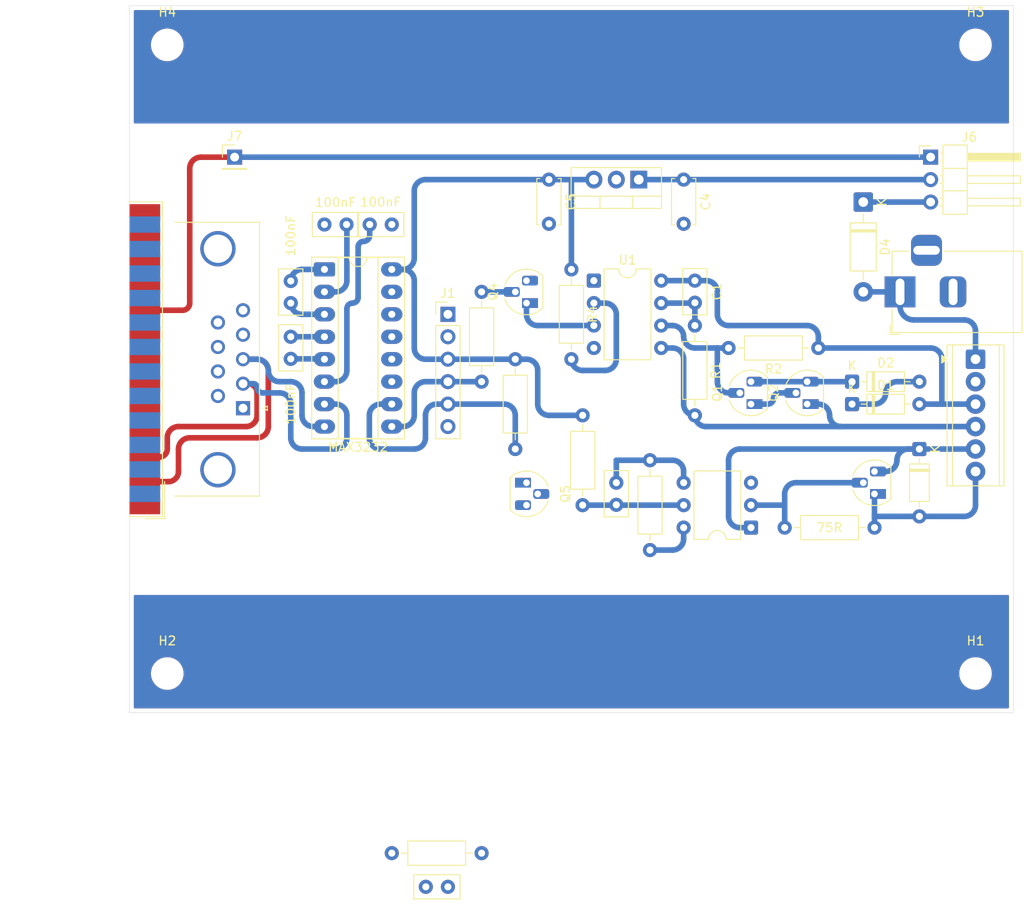
<source format=kicad_pcb>
(kicad_pcb (version 20241229) (generator "pcbnew") (generator_version "9.0")
  (layers (0 "F.Cu" signal) (2 "B.Cu" signal) (13 "F.Paste" user) (15 "B.Paste" user) (5 "F.SilkS" user "F.Silkscreen") (7 "B.SilkS" user "B.Silkscreen") (1 "F.Mask" user) (3 "B.Mask" user) (25 "Edge.Cuts" user))
  (net 0 "")
  (net 1 "Net-(C1-Pad2)")
  (net 2 "Net-(D1-A)")
  (net 3 "Net-(C2-Pad1)")
  (net 4 "GNDREF")
  (net 5 "Net-(Q5-B)")
  (net 6 "+12V")
  (net 7 "+5V")
  (net 8 "Net-(U4-C1-)")
  (net 9 "Net-(U4-C1+)")
  (net 10 "Net-(U4-C2-)")
  (net 11 "Net-(U4-C2+)")
  (net 12 "Net-(U4-VS+)")
  (net 13 "Net-(U4-VS-)")
  (net 14 "Net-(D1-K)")
  (net 15 "Net-(D2-K)")
  (net 16 "Net-(D3-A)")
  (net 17 "Net-(D3-K)")
  (net 19 "TX")
  (net 20 "RX")
  (net 26 "Net-(D4-K)")
  (net 29 "Net-(Q1-B)")
  (net 30 "Net-(Q1-E)")
  (net 31 "Net-(Q3-B)")
  (net 32 "Net-(Q4-B)")
  (net 33 "Net-(Q4-E)")
  (net 34 "Net-(R4-Pad2)")
  (net 35 "Net-(R6-Pad1)")
  (net 36 "Net-(J2-Pin_4)")
  (net 37 "ext-pwd")
  (net 46 "RXRS")
  (net 47 "TXRS")
  (net 50 "Net-(J6-Pin_1)")
  (footprint "MountingHole:MountingHole_3.2mm_M3_ISO14580" (layer "F.Cu") (at 172.72 66.04)
    (property "Reference" "H3" (at 0 -3.7 0) (layer "F.SilkS"))
    (property "Value" "MountingHole")
    (pad "" np_thru_hole circle (at 0 0) (size 3.2 3.2) (drill 3.2) (layers "*.Cu" "*.Mask"))
  )
  (footprint "Package_TO_SOT_THT:TO-92_HandSolder" (layer "F.Cu") (at 161.29 116.84 90)
    (property "Reference" "Q3" (hide yes))
    (property "Value" "2N3904")
    (pad "1" thru_hole rect (at 0 0 90) (size 1.1 1.8) (drill 0.75 (offset 0 0.4)) (layers "*.Cu" "*.Mask") (net 16 "Net-(D3-A)"))
    (pad "2" thru_hole roundrect (at 1.27 -1.27 90) (size 1.1 1.8) (drill 0.75 (offset 0 -0.4)) (layers "*.Cu" "*.Mask") (net 31 "Net-(Q3-B)"))
    (pad "3" thru_hole roundrect (at 2.54 0 90) (size 1.1 1.8) (drill 0.75 (offset 0 0.4)) (layers "*.Cu" "*.Mask") (net 17 "Net-(D3-K)"))
  )
  (footprint "Connector_PinHeader_2.54mm:PinHeader_1x01_P2.54mm_Vertical" (layer "F.Cu") (at 88.9 78.74)
    (property "Reference" "J7" (at 0 -2.38 0) (layer "F.SilkS"))
    (property "Value" "Conn_01x01" (hide yes))
    (pad "1" thru_hole rect (at 0 0) (size 1.7 1.7) (drill 1) (layers "*.Cu" "*.Mask") (net 50 "Net-(J6-Pin_1)"))
  )
  (footprint "Resistor_THT:R_Axial_DIN0207_L6.3mm_D2.5mm_P10.16mm_Horizontal" (layer "F.Cu") (at 106.68 157.48)
    (property "Reference" "R8" (hide yes))
    (property "Value" "200K")
    (pad "1" thru_hole circle (at 0 0) (size 1.6 1.6) (drill 0.8) (layers "*.Cu" "*.Mask") (net 3 "Net-(C2-Pad1)"))
    (pad "2" thru_hole circle (at 10.16 0) (size 1.6 1.6) (drill 0.8) (layers "*.Cu" "*.Mask") (net 5 "Net-(Q5-B)"))
  )
  (footprint "Resistor_THT:R_Axial_DIN0207_L6.3mm_D2.5mm_P10.16mm_Horizontal" (layer "F.Cu") (at 151.13 120.65)
    (property "Reference" "R3" (hide yes))
    (property "Value" "75R" (at 5.08 0 0) (layer "F.SilkS"))
    (pad "1" thru_hole circle (at 0 0) (size 1.6 1.6) (drill 0.8) (layers "*.Cu" "*.Mask") (net 31 "Net-(Q3-B)"))
    (pad "2" thru_hole circle (at 10.16 0) (size 1.6 1.6) (drill 0.8) (layers "*.Cu" "*.Mask") (net 16 "Net-(D3-A)"))
  )
  (footprint "Package_TO_SOT_THT:TO-92L_HandSolder" (layer "F.Cu") (at 147.32 106.68 90)
    (property "Reference" "Q1" (at 1.27 -3.8 90) (layer "F.SilkS"))
    (property "Value" "2N3904")
    (pad "1" thru_hole rect (at 0 0 90) (size 1.1 1.8) (drill 0.75 (offset 0 0.4)) (layers "*.Cu" "*.Mask") (net 30 "Net-(Q1-E)"))
    (pad "2" thru_hole roundrect (at 1.27 -1.27 90) (size 1.1 1.8) (drill 0.75 (offset 0 -0.4)) (layers "*.Cu" "*.Mask") (net 29 "Net-(Q1-B)"))
    (pad "3" thru_hole roundrect (at 2.54 0 90) (size 1.1 1.8) (drill 0.75 (offset 0 0.4)) (layers "*.Cu" "*.Mask") (net 15 "Net-(D2-K)"))
  )
  (footprint "Capacitor_THT:C_Disc_D5.0mm_W2.5mm_P2.50mm" (layer "F.Cu") (at 104.18 86.36)
    (property "Reference" "C9" (hide yes))
    (property "Value" "100nF" (at 1.23 -2.54 0) (layer "F.SilkS"))
    (pad "1" thru_hole circle (at 0 0) (size 1.6 1.6) (drill 0.8) (layers "*.Cu" "*.Mask") (net 13 "Net-(U4-VS-)"))
    (pad "2" thru_hole circle (at 2.5 0) (size 1.6 1.6) (drill 0.8) (layers "*.Cu" "*.Mask") (net 4 "GNDREF"))
  )
  (footprint "Connector_PinHeader_2.54mm:PinHeader_1x03_P2.54mm_Horizontal" (layer "F.Cu") (at 167.64 78.74)
    (property "Reference" "J6" (at 4.385 -2.27 0) (layer "F.SilkS"))
    (property "Value" "Conn_01x03")
    (pad "1" thru_hole rect (at 0 0) (size 1.7 1.7) (drill 1) (layers "*.Cu" "*.Mask") (net 50 "Net-(J6-Pin_1)"))
    (pad "2" thru_hole circle (at 0 2.54) (size 1.7 1.7) (drill 1) (layers "*.Cu" "*.Mask") (net 6 "+12V"))
    (pad "3" thru_hole circle (at 0 5.08) (size 1.7 1.7) (drill 1) (layers "*.Cu" "*.Mask") (net 26 "Net-(D4-K)"))
  )
  (footprint "Package_TO_SOT_THT:TO-220-3_Vertical" (layer "F.Cu") (at 134.62 81.28 180)
    (property "Reference" "U3" (hide yes))
    (property "Value" "LM7805_TO220")
    (pad "1" thru_hole rect (at 0 0 180) (size 1.905 2) (drill 1.1) (layers "*.Cu" "*.Mask") (net 6 "+12V"))
    (pad "2" thru_hole oval (at 2.54 0 180) (size 1.905 2) (drill 1.1) (layers "*.Cu" "*.Mask") (net 4 "GNDREF"))
    (pad "3" thru_hole oval (at 5.08 0 180) (size 1.905 2) (drill 1.1) (layers "*.Cu" "*.Mask") (net 7 "+5V"))
  )
  (footprint "Package_TO_SOT_THT:TO-92L_HandSolder" (layer "F.Cu") (at 153.67 106.68 90)
    (property "Reference" "Q2" (at 1.27 -3.8 90) (layer "F.SilkS"))
    (property "Value" "2N3904")
    (pad "1" thru_hole rect (at 0 0 90) (size 1.1 1.8) (drill 0.75 (offset 0 0.4)) (layers "*.Cu" "*.Mask") (net 36 "Net-(J2-Pin_4)"))
    (pad "2" thru_hole roundrect (at 1.27 -1.27 90) (size 1.1 1.8) (drill 0.75 (offset 0 -0.4)) (layers "*.Cu" "*.Mask") (net 30 "Net-(Q1-E)"))
    (pad "3" thru_hole roundrect (at 2.54 0 90) (size 1.1 1.8) (drill 0.75 (offset 0 0.4)) (layers "*.Cu" "*.Mask") (net 15 "Net-(D2-K)"))
  )
  (footprint "Package_TO_SOT_THT:TO-92L_HandSolder" (layer "F.Cu") (at 121.92 95.25 90)
    (property "Reference" "Q4" (at 1.27 -3.8 90) (layer "F.SilkS"))
    (property "Value" "2N3906")
    (pad "1" thru_hole rect (at 0 0 90) (size 1.1 1.8) (drill 0.75 (offset 0 0.4)) (layers "*.Cu" "*.Mask") (net 33 "Net-(Q4-E)"))
    (pad "2" thru_hole roundrect (at 1.27 -1.27 90) (size 1.1 1.8) (drill 0.75 (offset 0 -0.4)) (layers "*.Cu" "*.Mask") (net 32 "Net-(Q4-B)"))
    (pad "3" thru_hole roundrect (at 2.54 0 90) (size 1.1 1.8) (drill 0.75 (offset 0 0.4)) (layers "*.Cu" "*.Mask") (net 4 "GNDREF"))
  )
  (footprint "Resistor_THT:R_Axial_DIN0207_L6.3mm_D2.5mm_P10.16mm_Horizontal" (layer "F.Cu") (at 116.84 104.14 90)
    (property "Reference" "R5" (hide yes))
    (property "Value" "10K")
    (pad "1" thru_hole circle (at 0 0 90) (size 1.6 1.6) (drill 0.8) (layers "*.Cu" "*.Mask") (net 19 "TX"))
    (pad "2" thru_hole circle (at 10.16 0 90) (size 1.6 1.6) (drill 0.8) (layers "*.Cu" "*.Mask") (net 32 "Net-(Q4-B)"))
  )
  (footprint "MountingHole:MountingHole_3.2mm_M3_ISO14580" (layer "F.Cu") (at 81.28 137.16)
    (property "Reference" "H2" (at 0 -3.7 0) (layer "F.SilkS"))
    (property "Value" "MountingHole")
    (pad "" np_thru_hole circle (at 0 0) (size 3.2 3.2) (drill 3.2) (layers "*.Cu" "*.Mask"))
  )
  (footprint "Package_DIP:DIP-8_W7.62mm" (layer "F.Cu") (at 129.54 92.71)
    (property "Reference" "U1" (at 3.81 -2.33 0) (layer "F.SilkS"))
    (property "Value" "6N135")
    (pad "1" thru_hole roundrect (at 0 0) (size 1.6 1.6) (drill 0.8) (layers "*.Cu" "*.Mask") (roundrect_rratio 0.15625))
    (pad "2" thru_hole circle (at 0 2.54) (size 1.6 1.6) (drill 0.8) (layers "*.Cu" "*.Mask") (net 34 "Net-(R4-Pad2)"))
    (pad "3" thru_hole circle (at 0 5.08) (size 1.6 1.6) (drill 0.8) (layers "*.Cu" "*.Mask") (net 33 "Net-(Q4-E)"))
    (pad "4" thru_hole circle (at 0 7.62) (size 1.6 1.6) (drill 0.8) (layers "*.Cu" "*.Mask"))
    (pad "5" thru_hole circle (at 7.62 7.62) (size 1.6 1.6) (drill 0.8) (layers "*.Cu" "*.Mask") (net 36 "Net-(J2-Pin_4)"))
    (pad "6" thru_hole circle (at 7.62 5.08) (size 1.6 1.6) (drill 0.8) (layers "*.Cu" "*.Mask") (net 29 "Net-(Q1-B)"))
    (pad "7" thru_hole circle (at 7.62 2.54) (size 1.6 1.6) (drill 0.8) (layers "*.Cu" "*.Mask") (net 1 "Net-(C1-Pad2)"))
    (pad "8" thru_hole circle (at 7.62 0) (size 1.6 1.6) (drill 0.8) (layers "*.Cu" "*.Mask") (net 2 "Net-(D1-A)"))
  )
  (footprint "Resistor_THT:R_Axial_DIN0207_L6.3mm_D2.5mm_P10.16mm_Horizontal" (layer "F.Cu") (at 128.27 107.95 -90)
    (property "Reference" "R7" (hide yes))
    (property "Value" "47K")
    (pad "1" thru_hole circle (at 0 0 270) (size 1.6 1.6) (drill 0.8) (layers "*.Cu" "*.Mask") (net 7 "+5V"))
    (pad "2" thru_hole circle (at 10.16 0 270) (size 1.6 1.6) (drill 0.8) (layers "*.Cu" "*.Mask") (net 3 "Net-(C2-Pad1)"))
  )
  (footprint "Connector_BarrelJack:BarrelJack_Horizontal" (layer "F.Cu") (at 164.18 93.98 180)
    (property "Reference" "J3" (hide yes))
    (property "Value" "Barrel_Jack_Switch" (hide yes))
    (pad "1" thru_hole rect (at 0 0 180) (size 3.5 3.5) (drill oval 1 3) (layers "*.Cu" "*.Mask") (net 37 "ext-pwd"))
    (pad "2" thru_hole roundrect (at -6 0 180) (size 3 3.5) (drill oval 1 3) (layers "*.Cu" "*.Mask") (net 4 "GNDREF"))
    (pad "3" thru_hole roundrect (at -3 4.7 180) (size 3.5 3.5) (drill oval 3 1) (layers "*.Cu" "*.Mask") (net 4 "GNDREF"))
  )
  (footprint "Resistor_THT:R_Axial_DIN0207_L6.3mm_D2.5mm_P10.16mm_Horizontal" (layer "F.Cu") (at 135.89 123.19 90)
    (property "Reference" "R6" (hide yes))
    (property "Value" "47K")
    (pad "1" thru_hole circle (at 0 0 90) (size 1.6 1.6) (drill 0.8) (layers "*.Cu" "*.Mask") (net 35 "Net-(R6-Pad1)"))
    (pad "2" thru_hole circle (at 10.16 0 90) (size 1.6 1.6) (drill 0.8) (layers "*.Cu" "*.Mask") (net 4 "GNDREF"))
  )
  (footprint "Diode_THT:D_DO-41_SOD81_P10.16mm_Horizontal" (layer "F.Cu") (at 160.02 83.82 -90)
    (property "Reference" "D4" (at 5.08 -2.47 270) (layer "F.SilkS"))
    (property "Value" "1N4001")
    (fp_text user "K" (at 0 -2.1 270) (layer "F.SilkS"))
    (pad "1" thru_hole roundrect (at 0 0 270) (size 2.2 2.2) (drill 1.1) (layers "*.Cu" "*.Mask") (roundrect_rratio 0.113636) (net 26 "Net-(D4-K)"))
    (pad "2" thru_hole circle (at 10.16 0 270) (size 2.2 2.2) (drill 1.1) (layers "*.Cu" "*.Mask") (net 37 "ext-pwd"))
  )
  (footprint "TerminalBlock_Phoenix:TerminalBlock_Phoenix_MPT-0,5-6-2.54_1x06_P2.54mm_Horizontal" (layer "F.Cu") (at 172.72 101.6 -90)
    (property "Reference" "J2" (hide yes))
    (property "Value" "Screw_Terminal_01x10" (hide yes))
    (pad "1" thru_hole roundrect (at 0 0 270) (size 2.2 2.2) (drill 1.1) (layers "*.Cu" "*.Mask") (roundrect_rratio 0.113636) (net 37 "ext-pwd"))
    (pad "2" thru_hole circle (at 2.54 0 270) (size 2.2 2.2) (drill 1.1) (layers "*.Cu" "*.Mask") (net 4 "GNDREF"))
    (pad "3" thru_hole circle (at 5.08 0 270) (size 2.2 2.2) (drill 1.1) (layers "*.Cu" "*.Mask") (net 2 "Net-(D1-A)"))
    (pad "4" thru_hole circle (at 7.62 0 270) (size 2.2 2.2) (drill 1.1) (layers "*.Cu" "*.Mask") (net 36 "Net-(J2-Pin_4)"))
    (pad "5" thru_hole circle (at 10.16 0 270) (size 2.2 2.2) (drill 1.1) (layers "*.Cu" "*.Mask") (net 17 "Net-(D3-K)"))
    (pad "6" thru_hole circle (at 12.7 0 270) (size 2.2 2.2) (drill 1.1) (layers "*.Cu" "*.Mask") (net 16 "Net-(D3-A)"))
  )
  (footprint "Capacitor_THT:C_Disc_D5.0mm_W2.5mm_P2.50mm" (layer "F.Cu") (at 101.56 86.36 180)
    (property "Reference" "C8" (hide yes))
    (property "Value" "100nF" (at 1.25 2.5 0) (layer "F.SilkS"))
    (pad "1" thru_hole circle (at 0 0 180) (size 1.6 1.6) (drill 0.8) (layers "*.Cu" "*.Mask") (net 12 "Net-(U4-VS+)"))
    (pad "2" thru_hole circle (at 2.5 0 180) (size 1.6 1.6) (drill 0.8) (layers "*.Cu" "*.Mask") (net 4 "GNDREF"))
  )
  (footprint "Package_DIP:DIP-16_W7.62mm_Socket_LongPads" (layer "F.Cu") (at 99.06 91.44)
    (property "Reference" "U4" (hide yes))
    (property "Value" "MAX3232" (at 3.81 20.11 0) (layer "F.SilkS"))
    (pad "1" thru_hole roundrect (at 0 0) (size 2.4 1.6) (drill 0.8) (layers "*.Cu" "*.Mask") (roundrect_rratio 0.15625) (net 9 "Net-(U4-C1+)"))
    (pad "2" thru_hole oval (at 0 2.54) (size 2.4 1.6) (drill 0.8) (layers "*.Cu" "*.Mask") (net 12 "Net-(U4-VS+)"))
    (pad "3" thru_hole oval (at 0 5.08) (size 2.4 1.6) (drill 0.8) (layers "*.Cu" "*.Mask") (net 8 "Net-(U4-C1-)"))
    (pad "4" thru_hole oval (at 0 7.62) (size 2.4 1.6) (drill 0.8) (layers "*.Cu" "*.Mask") (net 11 "Net-(U4-C2+)"))
    (pad "5" thru_hole oval (at 0 10.16) (size 2.4 1.6) (drill 0.8) (layers "*.Cu" "*.Mask") (net 10 "Net-(U4-C2-)"))
    (pad "6" thru_hole oval (at 0 12.7) (size 2.4 1.6) (drill 0.8) (layers "*.Cu" "*.Mask") (net 13 "Net-(U4-VS-)"))
    (pad "7" thru_hole oval (at 0 15.24) (size 2.4 1.6) (drill 0.8) (layers "*.Cu" "*.Mask") (net 46 "RXRS"))
    (pad "8" thru_hole oval (at 0 17.78) (size 2.4 1.6) (drill 0.8) (layers "*.Cu" "*.Mask") (net 47 "TXRS"))
    (pad "9" thru_hole oval (at 7.62 17.78) (size 2.4 1.6) (drill 0.8) (layers "*.Cu" "*.Mask") (net 19 "TX"))
    (pad "10" thru_hole oval (at 7.62 15.24) (size 2.4 1.6) (drill 0.8) (layers "*.Cu" "*.Mask") (net 20 "RX"))
    (pad "11" thru_hole oval (at 7.62 12.7) (size 2.4 1.6) (drill 0.8) (layers "*.Cu" "*.Mask"))
    (pad "12" thru_hole oval (at 7.62 10.16) (size 2.4 1.6) (drill 0.8) (layers "*.Cu" "*.Mask"))
    (pad "13" thru_hole oval (at 7.62 7.62) (size 2.4 1.6) (drill 0.8) (layers "*.Cu" "*.Mask"))
    (pad "14" thru_hole oval (at 7.62 5.08) (size 2.4 1.6) (drill 0.8) (layers "*.Cu" "*.Mask"))
    (pad "15" thru_hole oval (at 7.62 2.54) (size 2.4 1.6) (drill 0.8) (layers "*.Cu" "*.Mask") (net 4 "GNDREF"))
    (pad "16" thru_hole oval (at 7.62 0) (size 2.4 1.6) (drill 0.8) (layers "*.Cu" "*.Mask") (net 7 "+5V"))
  )
  (footprint "Connector_Dsub:DSUB-9_Socket_Horizontal_P2.77x2.84mm_EdgePinOffset4.94mm_Housed_MountingHolesOffset4.94mm" (layer "F.Cu") (at 89.850331 107.14 -90)
    (property "Reference" "J4" (hide yes))
    (property "Value" "DE9_Socket_MountingHoles" (hide yes))
    (pad "0" thru_hole circle (at -18.04 2.84 270) (size 4 4) (drill 3.2) (layers "*.Cu" "*.Mask"))
    (pad "0" thru_hole circle (at 6.96 2.84 270) (size 4 4) (drill 3.2) (layers "*.Cu" "*.Mask"))
    (pad "1" thru_hole rect (at 0 0 270) (size 1.6 1.6) (drill 1) (layers "*.Cu" "*.Mask"))
    (pad "2" thru_hole circle (at -2.77 0 270) (size 1.6 1.6) (drill 1) (layers "*.Cu" "*.Mask") (net 46 "RXRS"))
    (pad "3" thru_hole circle (at -5.54 0 270) (size 1.6 1.6) (drill 1) (layers "*.Cu" "*.Mask") (net 47 "TXRS"))
    (pad "4" thru_hole circle (at -8.31 0 270) (size 1.6 1.6) (drill 1) (layers "*.Cu" "*.Mask"))
    (pad "5" thru_hole circle (at -11.08 0 270) (size 1.6 1.6) (drill 1) (layers "*.Cu" "*.Mask") (net 4 "GNDREF"))
    (pad "6" thru_hole circle (at -1.385 2.84 270) (size 1.6 1.6) (drill 1) (layers "*.Cu" "*.Mask"))
    (pad "7" thru_hole circle (at -4.155 2.84 270) (size 1.6 1.6) (drill 1) (layers "*.Cu" "*.Mask"))
    (pad "8" thru_hole circle (at -6.925 2.84 270) (size 1.6 1.6) (drill 1) (layers "*.Cu" "*.Mask"))
    (pad "9" thru_hole circle (at -9.695 2.84 270) (size 1.6 1.6) (drill 1) (layers "*.Cu" "*.Mask"))
  )
  (footprint "Resistor_THT:R_Axial_DIN0207_L6.3mm_D2.5mm_P10.16mm_Horizontal" (layer "F.Cu") (at 120.65 101.6 -90)
    (property "Reference" "R9" (hide yes))
    (property "Value" "10K")
    (pad "1" thru_hole circle (at 0 0 270) (size 1.6 1.6) (drill 0.8) (layers "*.Cu" "*.Mask") (net 7 "+5V"))
    (pad "2" thru_hole circle (at 10.16 0 270) (size 1.6 1.6) (drill 0.8) (layers "*.Cu" "*.Mask") (net 20 "RX"))
  )
  (footprint "Connector_PinHeader_2.54mm:PinHeader_1x06_P2.54mm_Vertical" (layer "F.Cu") (at 113.03 96.52)
    (property "Reference" "J1" (at 0 -2.38 0) (layer "F.SilkS"))
    (property "Value" "Conn_01x06" (hide yes))
    (pad "1" thru_hole rect (at 0 0) (size 1.7 1.7) (drill 1) (layers "*.Cu" "*.Mask") (net 4 "GNDREF"))
    (pad "2" thru_hole circle (at 0 2.54) (size 1.7 1.7) (drill 1) (layers "*.Cu" "*.Mask"))
    (pad "3" thru_hole circle (at 0 5.08) (size 1.7 1.7) (drill 1) (layers "*.Cu" "*.Mask") (net 7 "+5V"))
    (pad "4" thru_hole circle (at 0 7.62) (size 1.7 1.7) (drill 1) (layers "*.Cu" "*.Mask") (net 19 "TX"))
    (pad "5" thru_hole circle (at 0 10.16) (size 1.7 1.7) (drill 1) (layers "*.Cu" "*.Mask") (net 20 "RX"))
    (pad "6" thru_hole circle (at 0 12.7) (size 1.7 1.7) (drill 1) (layers "*.Cu" "*.Mask"))
  )
  (footprint "Diode_THT:D_DO-35_SOD27_P7.62mm_Horizontal" (layer "F.Cu") (at 158.75 106.68)
    (property "Reference" "D1" (at 3.81 -2.12 0) (layer "F.SilkS"))
    (property "Value" "1N4148")
    (fp_text user "K" (at 0 -1.8 0) (layer "F.SilkS"))
    (pad "1" thru_hole roundrect (at 0 0) (size 1.6 1.6) (drill 0.8) (layers "*.Cu" "*.Mask") (roundrect_rratio 0.15625) (net 14 "Net-(D1-K)"))
    (pad "2" thru_hole circle (at 7.62 0) (size 1.6 1.6) (drill 0.8) (layers "*.Cu" "*.Mask") (net 2 "Net-(D1-A)"))
  )
  (footprint "Capacitor_THT:C_Disc_D5.0mm_W2.5mm_P2.50mm" (layer "F.Cu") (at 132.08 118.07 90)
    (property "Reference" "C2" (hide yes))
    (property "Value" "10nF")
    (pad "1" thru_hole circle (at 0 0 90) (size 1.6 1.6) (drill 0.8) (layers "*.Cu" "*.Mask") (net 3 "Net-(C2-Pad1)"))
    (pad "2" thru_hole circle (at 2.5 0 90) (size 1.6 1.6) (drill 0.8) (layers "*.Cu" "*.Mask") (net 4 "GNDREF"))
  )
  (footprint "Capacitor_THT:C_Disc_D5.0mm_W2.5mm_P2.50mm" (layer "F.Cu") (at 95.25 92.75 -90)
    (property "Reference" "C6" (hide yes))
    (property "Value" "100nF" (at -5.12 0 90) (layer "F.SilkS"))
    (pad "1" thru_hole circle (at 0 0 270) (size 1.6 1.6) (drill 0.8) (layers "*.Cu" "*.Mask") (net 9 "Net-(U4-C1+)"))
    (pad "2" thru_hole circle (at 2.5 0 270) (size 1.6 1.6) (drill 0.8) (layers "*.Cu" "*.Mask") (net 8 "Net-(U4-C1-)"))
  )
  (footprint "Connector_Dsub:DSUB-25_Socket_EdgeMount_P2.77mm" (layer "F.Cu") (at 78.74 101.6 -90)
    (property "Reference" "J5" (hide yes))
    (property "Value" "DB25_Socket" (hide yes))
    (pad "1" smd rect (at 16.62 0 270) (size 1.846667 3.48) (layers "F.Cu" "F.Mask" "F.Paste"))
    (pad "2" smd rect (at 13.85 0 270) (size 1.846667 3.48) (layers "F.Cu" "F.Mask" "F.Paste") (net 47 "TXRS"))
    (pad "3" smd rect (at 11.08 0 270) (size 1.846667 3.48) (layers "F.Cu" "F.Mask" "F.Paste") (net 46 "RXRS"))
    (pad "4" smd rect (at 8.31 0 270) (size 1.846667 3.48) (layers "F.Cu" "F.Mask" "F.Paste"))
    (pad "5" smd rect (at 5.54 0 270) (size 1.846667 3.48) (layers "F.Cu" "F.Mask" "F.Paste"))
    (pad "6" smd rect (at 2.77 0 270) (size 1.846667 3.48) (layers "F.Cu" "F.Mask" "F.Paste"))
    (pad "7" smd rect (at 0 0 270) (size 1.846667 3.48) (layers "F.Cu" "F.Mask" "F.Paste") (net 4 "GNDREF"))
    (pad "8" smd rect (at -2.77 0 270) (size 1.846667 3.48) (layers "F.Cu" "F.Mask" "F.Paste"))
    (pad "9" smd rect (at -5.54 0 270) (size 1.846667 3.48) (layers "F.Cu" "F.Mask" "F.Paste") (net 50 "Net-(J6-Pin_1)"))
    (pad "10" smd rect (at -8.31 0 270) (size 1.846667 3.48) (layers "F.Cu" "F.Mask" "F.Paste"))
    (pad "11" smd rect (at -11.08 0 270) (size 1.846667 3.48) (layers "F.Cu" "F.Mask" "F.Paste"))
    (pad "12" smd rect (at -13.85 0 270) (size 1.846667 3.48) (layers "F.Cu" "F.Mask" "F.Paste"))
    (pad "13" smd rect (at -16.62 0 270) (size 1.846667 3.48) (layers "F.Cu" "F.Mask" "F.Paste"))
    (pad "14" smd rect (at 15.235 0 270) (size 1.846667 3.48) (layers "B.Cu" "B.Mask" "B.Paste"))
    (pad "15" smd rect (at 12.465 0 270) (size 1.846667 3.48) (layers "B.Cu" "B.Mask" "B.Paste"))
    (pad "16" smd rect (at 9.695 0 270) (size 1.846667 3.48) (layers "B.Cu" "B.Mask" "B.Paste"))
    (pad "17" smd rect (at 6.925 0 270) (size 1.846667 3.48) (layers "B.Cu" "B.Mask" "B.Paste"))
    (pad "18" smd rect (at 4.155 0 270) (size 1.846667 3.48) (layers "B.Cu" "B.Mask" "B.Paste"))
    (pad "19" smd rect (at 1.385 0 270) (size 1.846667 3.48) (layers "B.Cu" "B.Mask" "B.Paste"))
    (pad "20" smd rect (at -1.385 0 270) (size 1.846667 3.48) (layers "B.Cu" "B.Mask" "B.Paste"))
    (pad "21" smd rect (at -4.155 0 270) (size 1.846667 3.48) (layers "B.Cu" "B.Mask" "B.Paste"))
    (pad "22" smd rect (at -6.925 0 270) (size 1.846667 3.48) (layers "B.Cu" "B.Mask" "B.Paste"))
    (pad "23" smd rect (at -9.695 0 270) (size 1.846667 3.48) (layers "B.Cu" "B.Mask" "B.Paste"))
    (pad "24" smd rect (at -12.465 0 270) (size 1.846667 3.48) (layers "B.Cu" "B.Mask" "B.Paste"))
    (pad "25" smd rect (at -15.235 0 270) (size 1.846667 3.48) (layers "B.Cu" "B.Mask" "B.Paste"))
  )
  (footprint "Resistor_THT:R_Axial_DIN0207_L6.3mm_D2.5mm_P10.16mm_Horizontal" (layer "F.Cu") (at 140.97 97.79 -90)
    (property "Reference" "R1" (at 5.08 -2.37 90) (layer "F.SilkS"))
    (property "Value" "200K")
    (pad "1" thru_hole circle (at 0 0 270) (size 1.6 1.6) (drill 0.8) (layers "*.Cu" "*.Mask") (net 1 "Net-(C1-Pad2)"))
    (pad "2" thru_hole circle (at 10.16 0 270) (size 1.6 1.6) (drill 0.8) (layers "*.Cu" "*.Mask") (net 36 "Net-(J2-Pin_4)"))
  )
  (footprint "Capacitor_THT:C_Disc_D5.0mm_W2.5mm_P2.50mm" (layer "F.Cu") (at 140.97 92.71 -90)
    (property "Reference" "C1" (at 1.25 -2.5 90) (layer "F.SilkS"))
    (property "Value" "10nF")
    (pad "1" thru_hole circle (at 0 0 270) (size 1.6 1.6) (drill 0.8) (layers "*.Cu" "*.Mask") (net 2 "Net-(D1-A)"))
    (pad "2" thru_hole circle (at 2.5 0 270) (size 1.6 1.6) (drill 0.8) (layers "*.Cu" "*.Mask") (net 1 "Net-(C1-Pad2)"))
  )
  (footprint "Package_TO_SOT_THT:TO-92_HandSolder" (layer "F.Cu") (at 121.92 115.57 -90)
    (property "Reference" "Q5" (at 1.27 -4.4 90) (layer "F.SilkS"))
    (property "Value" "2N3904")
    (pad "1" thru_hole rect (at 0 0 270) (size 1.1 1.8) (drill 0.75 (offset 0 0.4)) (layers "*.Cu" "*.Mask") (net 4 "GNDREF"))
    (pad "2" thru_hole roundrect (at 1.27 -1.27 270) (size 1.1 1.8) (drill 0.75 (offset 0 -0.4)) (layers "*.Cu" "*.Mask") (net 5 "Net-(Q5-B)"))
    (pad "3" thru_hole roundrect (at 2.54 0 270) (size 1.1 1.8) (drill 0.75 (offset 0 0.4)) (layers "*.Cu" "*.Mask") (net 20 "RX"))
  )
  (footprint "Diode_THT:D_DO-35_SOD27_P7.62mm_Horizontal" (layer "F.Cu") (at 166.37 111.76 -90)
    (property "Reference" "D3" (hide yes))
    (property "Value" "1N4148")
    (fp_text user "K" (at 0 -1.8 90) (layer "F.SilkS"))
    (pad "1" thru_hole roundrect (at 0 0 270) (size 1.6 1.6) (drill 0.8) (layers "*.Cu" "*.Mask") (roundrect_rratio 0.15625) (net 17 "Net-(D3-K)"))
    (pad "2" thru_hole circle (at 7.62 0 270) (size 1.6 1.6) (drill 0.8) (layers "*.Cu" "*.Mask") (net 16 "Net-(D3-A)"))
  )
  (footprint "Capacitor_THT:C_Disc_D5.0mm_W2.5mm_P5.00mm" (layer "F.Cu") (at 124.46 81.28 -90)
    (property "Reference" "C5" (at 2.5 -2.5 90) (layer "F.SilkS"))
    (property "Value" "1µF")
    (pad "1" thru_hole circle (at 0 0 270) (size 1.6 1.6) (drill 0.8) (layers "*.Cu" "*.Mask") (net 7 "+5V"))
    (pad "2" thru_hole circle (at 5 0 270) (size 1.6 1.6) (drill 0.8) (layers "*.Cu" "*.Mask") (net 4 "GNDREF"))
  )
  (footprint "Capacitor_THT:C_Disc_D5.0mm_W2.5mm_P2.50mm" (layer "F.Cu") (at 110.53 161.29)
    (property "Reference" "C3" (hide yes))
    (property "Value" "1nF")
    (pad "1" thru_hole circle (at 0 0) (size 1.6 1.6) (drill 0.8) (layers "*.Cu" "*.Mask") (net 3 "Net-(C2-Pad1)"))
    (pad "2" thru_hole circle (at 2.5 0) (size 1.6 1.6) (drill 0.8) (layers "*.Cu" "*.Mask") (net 5 "Net-(Q5-B)"))
  )
  (footprint "Diode_THT:D_DO-35_SOD27_P7.62mm_Horizontal" (layer "F.Cu") (at 158.75 104.14)
    (property "Reference" "D2" (at 3.81 -2.12 0) (layer "F.SilkS"))
    (property "Value" "1N4148")
    (fp_text user "K" (at 0 -1.8 0) (layer "F.SilkS"))
    (pad "1" thru_hole roundrect (at 0 0) (size 1.6 1.6) (drill 0.8) (layers "*.Cu" "*.Mask") (roundrect_rratio 0.15625) (net 15 "Net-(D2-K)"))
    (pad "2" thru_hole circle (at 7.62 0) (size 1.6 1.6) (drill 0.8) (layers "*.Cu" "*.Mask") (net 14 "Net-(D1-K)"))
  )
  (footprint "Capacitor_THT:C_Disc_D5.0mm_W2.5mm_P5.00mm" (layer "F.Cu") (at 139.7 81.28 -90)
    (property "Reference" "C4" (at 2.5 -2.5 90) (layer "F.SilkS"))
    (property "Value" "1µF")
    (pad "1" thru_hole circle (at 0 0 270) (size 1.6 1.6) (drill 0.8) (layers "*.Cu" "*.Mask") (net 6 "+12V"))
    (pad "2" thru_hole circle (at 5 0 270) (size 1.6 1.6) (drill 0.8) (layers "*.Cu" "*.Mask") (net 4 "GNDREF"))
  )
  (footprint "Resistor_THT:R_Axial_DIN0207_L6.3mm_D2.5mm_P10.16mm_Horizontal" (layer "F.Cu") (at 127 91.44 -90)
    (property "Reference" "R4" (at 5.08 -2.37 90) (layer "F.SilkS"))
    (property "Value" "270R")
    (pad "1" thru_hole circle (at 0 0 270) (size 1.6 1.6) (drill 0.8) (layers "*.Cu" "*.Mask") (net 7 "+5V"))
    (pad "2" thru_hole circle (at 10.16 0 270) (size 1.6 1.6) (drill 0.8) (layers "*.Cu" "*.Mask") (net 34 "Net-(R4-Pad2)"))
  )
  (footprint "MountingHole:MountingHole_3.2mm_M3_ISO14580" (layer "F.Cu") (at 81.28 66.04)
    (property "Reference" "H4" (at 0 -3.7 0) (layer "F.SilkS"))
    (property "Value" "MountingHole")
    (pad "" np_thru_hole circle (at 0 0) (size 3.2 3.2) (drill 3.2) (layers "*.Cu" "*.Mask"))
  )
  (footprint "Capacitor_THT:C_Disc_D5.0mm_W2.5mm_P2.50mm" (layer "F.Cu") (at 95.25 99.06 -90)
    (property "Reference" "C7" (hide yes))
    (property "Value" "100nF" (at 7.62 0 90) (layer "F.SilkS"))
    (pad "1" thru_hole circle (at 0 0 270) (size 1.6 1.6) (drill 0.8) (layers "*.Cu" "*.Mask") (net 11 "Net-(U4-C2+)"))
    (pad "2" thru_hole circle (at 2.5 0 270) (size 1.6 1.6) (drill 0.8) (layers "*.Cu" "*.Mask") (net 10 "Net-(U4-C2-)"))
  )
  (footprint "Resistor_THT:R_Axial_DIN0207_L6.3mm_D2.5mm_P10.16mm_Horizontal" (layer "F.Cu") (at 154.94 100.33 180)
    (property "Reference" "R2" (at 5.08 -2.37 0) (layer "F.SilkS"))
    (property "Value" "200K")
    (pad "1" thru_hole circle (at 0 0 180) (size 1.6 1.6) (drill 0.8) (layers "*.Cu" "*.Mask") (net 2 "Net-(D1-A)"))
    (pad "2" thru_hole circle (at 10.16 0 180) (size 1.6 1.6) (drill 0.8) (layers "*.Cu" "*.Mask") (net 29 "Net-(Q1-B)"))
  )
  (footprint "Package_DIP:DIP-6_W7.62mm" (layer "F.Cu") (at 147.32 120.65 180)
    (property "Reference" "U2" (hide yes))
    (property "Value" "4N35")
    (pad "1" thru_hole roundrect (at 0 0 180) (size 1.6 1.6) (drill 0.8) (layers "*.Cu" "*.Mask") (roundrect_rratio 0.15625) (net 17 "Net-(D3-K)"))
    (pad "2" thru_hole circle (at 0 2.54 180) (size 1.6 1.6) (drill 0.8) (layers "*.Cu" "*.Mask") (net 31 "Net-(Q3-B)"))
    (pad "3" thru_hole circle (at 0 5.08 180) (size 1.6 1.6) (drill 0.8) (layers "*.Cu" "*.Mask"))
    (pad "4" thru_hole circle (at 7.62 5.08 180) (size 1.6 1.6) (drill 0.8) (layers "*.Cu" "*.Mask") (net 4 "GNDREF"))
    (pad "5" thru_hole circle (at 7.62 2.54 180) (size 1.6 1.6) (drill 0.8) (layers "*.Cu" "*.Mask") (net 3 "Net-(C2-Pad1)"))
    (pad "6" thru_hole circle (at 7.62 0 180) (size 1.6 1.6) (drill 0.8) (layers "*.Cu" "*.Mask") (net 35 "Net-(R6-Pad1)"))
  )
  (footprint "MountingHole:MountingHole_3.2mm_M3_ISO14580" (layer "F.Cu") (at 172.72 137.16)
    (property "Reference" "H1" (at 0 -3.7 0) (layer "F.SilkS"))
    (property "Value" "MountingHole")
    (pad "" np_thru_hole circle (at 0 0) (size 3.2 3.2) (drill 3.2) (layers "*.Cu" "*.Mask"))
  )
  (gr_line (start 177 61.6) (end 177 141.6) (stroke (width 0.05)) (layer "Edge.Cuts"))
  (gr_line (start 77 61.6) (end 77 141.6) (stroke (width 0.05)) (layer "Edge.Cuts"))
  (gr_line (start 77 61.6) (end 177 61.6) (stroke (width 0.05)) (layer "Edge.Cuts"))
  (gr_line (start 77 141.6) (end 177 141.6) (stroke (width 0.05)) (layer "Edge.Cuts"))
  (segment (start 140.97 95.21) (end 140.97 97.79) (width 0.635) (layer "B.Cu") (net 1))
  (segment (start 137.16 95.25) (end 140.93 95.25) (width 0.635) (layer "B.Cu") (net 1))
  (arc (start 140.93 95.25) (mid 140.958284 95.238284) (end 140.97 95.21) (width 0.635) (layer "B.Cu") (net 1))
  (segment (start 168.91 101.6) (end 168.91 106.68) (width 0.635) (layer "B.Cu") (net 2))
  (segment (start 140.97 92.71) (end 142.24 92.71) (width 0.635) (layer "B.Cu") (net 2))
  (segment (start 154.94 100.33) (end 167.64 100.33) (width 0.635) (layer "B.Cu") (net 2))
  (segment (start 154.94 99.06) (end 154.94 100.33) (width 0.635) (layer "B.Cu") (net 2))
  (segment (start 166.37 106.68) (end 168.275 106.68) (width 0.635) (layer "B.Cu") (net 2))
  (segment (start 144.78 97.79) (end 153.67 97.79) (width 0.635) (layer "B.Cu") (net 2))
  (segment (start 143.51 93.98) (end 143.51 96.52) (width 0.635) (layer "B.Cu") (net 2))
  (segment (start 168.275 106.68) (end 168.91 106.68) (width 0.635) (layer "B.Cu") (net 2))
  (segment (start 137.16 92.71) (end 140.97 92.71) (width 0.635) (layer "B.Cu") (net 2))
  (segment (start 168.91 106.68) (end 172.72 106.68) (width 0.635) (layer "B.Cu") (net 2))
  (arc (start 153.67 97.79) (mid 154.568026 98.161974) (end 154.94 99.06) (width 0.635) (layer "B.Cu") (net 2))
  (arc (start 167.64 100.33) (mid 168.538026 100.701974) (end 168.91 101.6) (width 0.635) (layer "B.Cu") (net 2))
  (arc (start 143.51 96.52) (mid 143.881974 97.418026) (end 144.78 97.79) (width 0.635) (layer "B.Cu") (net 2))
  (arc (start 142.24 92.71) (mid 143.138026 93.081974) (end 143.51 93.98) (width 0.635) (layer "B.Cu") (net 2))
  (segment (start 128.27 118.11) (end 132.04 118.11) (width 0.635) (layer "B.Cu") (net 3))
  (segment (start 139.7 118.11) (end 132.12 118.11) (width 0.635) (layer "B.Cu") (net 3))
  (arc (start 132.12 118.11) (mid 132.091716 118.098284) (end 132.08 118.07) (width 0.635) (layer "B.Cu") (net 3))
  (arc (start 132.04 118.11) (mid 132.068284 118.098284) (end 132.08 118.07) (width 0.635) (layer "B.Cu") (net 3))
  (segment (start 132.08 113.03) (end 132.08 115.57) (width 0.635) (layer "B.Cu") (net 4))
  (segment (start 135.89 113.03) (end 132.08 113.03) (width 0.635) (layer "B.Cu") (net 4))
  (segment (start 138.43 113.03) (end 135.89 113.03) (width 0.635) (layer "B.Cu") (net 4))
  (segment (start 139.7 115.57) (end 139.7 114.3) (width 0.635) (layer "B.Cu") (net 4))
  (arc (start 139.7 114.3) (mid 139.328026 113.401974) (end 138.43 113.03) (width 0.635) (layer "B.Cu") (net 4))
  (segment (start 134.62 81.28) (end 139.7 81.28) (width 0.635) (layer "B.Cu") (net 6))
  (segment (start 167.64 81.28) (end 139.7 81.28) (width 0.635) (layer "B.Cu") (net 6))
  (segment (start 113.03 101.6) (end 110.49 101.6) (width 0.635) (layer "B.Cu") (net 7))
  (segment (start 109.22 90.17) (end 109.22 82.55) (width 0.635) (layer "B.Cu") (net 7))
  (segment (start 127 81.28) (end 129.54 81.28) (width 0.635) (layer "B.Cu") (net 7))
  (segment (start 127 91.44) (end 127 81.28) (width 0.635) (layer "B.Cu") (net 7))
  (segment (start 124.46 81.28) (end 127 81.28) (width 0.635) (layer "B.Cu") (net 7))
  (segment (start 113.03 101.6) (end 120.65 101.6) (width 0.635) (layer "B.Cu") (net 7))
  (segment (start 109.22 100.33) (end 109.22 92.71) (width 0.635) (layer "B.Cu") (net 7))
  (segment (start 121.92 101.6) (end 120.65 101.6) (width 0.635) (layer "B.Cu") (net 7))
  (segment (start 110.49 81.28) (end 124.46 81.28) (width 0.635) (layer "B.Cu") (net 7))
  (segment (start 128.27 107.95) (end 124.46 107.95) (width 0.635) (layer "B.Cu") (net 7))
  (segment (start 123.19 106.68) (end 123.19 102.87) (width 0.635) (layer "B.Cu") (net 7))
  (segment (start 106.68 91.44) (end 107.95 91.44) (width 0.635) (layer "B.Cu") (net 7))
  (arc (start 109.22 82.55) (mid 109.591974 81.651974) (end 110.49 81.28) (width 0.635) (layer "B.Cu") (net 7))
  (arc (start 124.46 107.95) (mid 123.561974 107.578026) (end 123.19 106.68) (width 0.635) (layer "B.Cu") (net 7))
  (arc (start 107.95 91.44) (mid 108.848026 91.068026) (end 109.22 90.17) (width 0.635) (layer "B.Cu") (net 7))
  (arc (start 109.22 92.71) (mid 108.848026 91.811974) (end 107.95 91.44) (width 0.635) (layer "B.Cu") (net 7))
  (arc (start 123.19 102.87) (mid 122.818026 101.971974) (end 121.92 101.6) (width 0.635) (layer "B.Cu") (net 7))
  (arc (start 110.49 101.6) (mid 109.591974 101.228026) (end 109.22 100.33) (width 0.635) (layer "B.Cu") (net 7))
  (segment (start 99.06 96.52) (end 96.52 96.52) (width 0.635) (layer "B.Cu") (net 8))
  (arc (start 96.52 96.52) (mid 95.621974 96.148026) (end 95.25 95.25) (width 0.635) (layer "B.Cu") (net 8))
  (segment (start 99.06 91.44) (end 96.56 91.44) (width 0.635) (layer "B.Cu") (net 9))
  (arc (start 96.56 91.44) (mid 95.63369 91.82369) (end 95.25 92.75) (width 0.635) (layer "B.Cu") (net 9))
  (segment (start 95.25 101.56) (end 99.02 101.56) (width 0.635) (layer "B.Cu") (net 10))
  (segment (start 99.02 101.56) (end 99.06 101.6) (width 0.635) (layer "B.Cu") (net 10))
  (segment (start 99.06 99.06) (end 95.25 99.06) (width 0.635) (layer "B.Cu") (net 11))
  (segment (start 99.06 93.98) (end 100.33 93.98) (width 0.635) (layer "B.Cu") (net 12))
  (segment (start 101.6 92.71) (end 101.6 86.4) (width 0.635) (layer "B.Cu") (net 12))
  (arc (start 101.6 86.4) (mid 101.588284 86.371716) (end 101.56 86.36) (width 0.635) (layer "B.Cu") (net 12))
  (arc (start 100.33 93.98) (mid 101.228026 93.608026) (end 101.6 92.71) (width 0.635) (layer "B.Cu") (net 12))
  (segment (start 102.87 94.615) (end 102.87 88.9) (width 0.635) (layer "B.Cu") (net 13))
  (segment (start 101.6 102.87) (end 101.6 95.885) (width 0.635) (layer "B.Cu") (net 13))
  (segment (start 104.18 87.59) (end 104.18 86.36) (width 0.635) (layer "B.Cu") (net 13))
  (segment (start 99.06 104.14) (end 100.33 104.14) (width 0.635) (layer "B.Cu") (net 13))
  (arc (start 102.235 95.25) (mid 102.684013 95.064013) (end 102.87 94.615) (width 0.635) (layer "B.Cu") (net 13))
  (arc (start 101.6 95.885) (mid 101.785987 95.435987) (end 102.235 95.25) (width 0.635) (layer "B.Cu") (net 13))
  (arc (start 103.505 88.265) (mid 103.055987 88.450987) (end 102.87 88.9) (width 0.635) (layer "B.Cu") (net 13))
  (arc (start 104.14 86.4) (mid 104.151716 86.371716) (end 104.18 86.36) (width 0.635) (layer "B.Cu") (net 13))
  (arc (start 100.33 104.14) (mid 101.228026 103.768026) (end 101.6 102.87) (width 0.635) (layer "B.Cu") (net 13))
  (arc (start 103.505 88.265) (mid 103.982297 88.067297) (end 104.18 87.59) (width 0.635) (layer "B.Cu") (net 13))
  (segment (start 161.29 106.68) (end 158.75 106.68) (width 0.635) (layer "B.Cu") (net 14))
  (segment (start 166.37 104.14) (end 163.83 104.14) (width 0.635) (layer "B.Cu") (net 14))
  (arc (start 163.83 104.14) (mid 162.931974 104.511974) (end 162.56 105.41) (width 0.635) (layer "B.Cu") (net 14))
  (arc (start 162.56 105.41) (mid 162.188026 106.308026) (end 161.29 106.68) (width 0.635) (layer "B.Cu") (net 14))
  (segment (start 147.32 104.14) (end 153.67 104.14) (width 0.635) (layer "B.Cu") (net 15))
  (segment (start 158.75 104.14) (end 153.67 104.14) (width 0.635) (layer "B.Cu") (net 15))
  (segment (start 161.29 116.84) (end 161.29 119.38) (width 0.635) (layer "B.Cu") (net 16))
  (segment (start 166.37 119.38) (end 171.45 119.38) (width 0.635) (layer "B.Cu") (net 16))
  (segment (start 166.37 119.38) (end 161.29 119.38) (width 0.635) (layer "B.Cu") (net 16))
  (segment (start 161.29 119.38) (end 161.29 120.65) (width 0.635) (layer "B.Cu") (net 16))
  (segment (start 172.72 118.11) (end 172.72 114.3) (width 0.635) (layer "B.Cu") (net 16))
  (arc (start 171.45 119.38) (mid 172.348026 119.008026) (end 172.72 118.11) (width 0.635) (layer "B.Cu") (net 16))
  (segment (start 147.32 120.65) (end 146.05 120.65) (width 0.635) (layer "B.Cu") (net 17))
  (segment (start 161.29 114.3) (end 162.56 114.3) (width 0.635) (layer "B.Cu") (net 17))
  (segment (start 146.05 111.76) (end 166.37 111.76) (width 0.635) (layer "B.Cu") (net 17))
  (segment (start 144.78 119.38) (end 144.78 113.03) (width 0.635) (layer "B.Cu") (net 17))
  (segment (start 172.72 111.76) (end 166.37 111.76) (width 0.635) (layer "B.Cu") (net 17))
  (segment (start 165.1 111.76) (end 166.37 111.76) (width 0.635) (layer "B.Cu") (net 17))
  (arc (start 163.83 113.03) (mid 164.201974 112.131974) (end 165.1 111.76) (width 0.635) (layer "B.Cu") (net 17))
  (arc (start 146.05 120.65) (mid 145.151974 120.278026) (end 144.78 119.38) (width 0.635) (layer "B.Cu") (net 17))
  (arc (start 144.78 113.03) (mid 145.151974 112.131974) (end 146.05 111.76) (width 0.635) (layer "B.Cu") (net 17))
  (arc (start 162.56 114.3) (mid 163.458026 113.928026) (end 163.83 113.03) (width 0.635) (layer "B.Cu") (net 17))
  (segment (start 106.68 109.22) (end 107.95 109.22) (width 0.635) (layer "B.Cu") (net 19))
  (segment (start 116.84 104.14) (end 113.03 104.14) (width 0.635) (layer "B.Cu") (net 19))
  (segment (start 110.49 104.14) (end 113.03 104.14) (width 0.635) (layer "B.Cu") (net 19))
  (segment (start 109.22 107.95) (end 109.22 105.41) (width 0.635) (layer "B.Cu") (net 19))
  (arc (start 107.95 109.22) (mid 108.848026 108.848026) (end 109.22 107.95) (width 0.635) (layer "B.Cu") (net 19))
  (arc (start 109.22 105.41) (mid 109.591974 104.511974) (end 110.49 104.14) (width 0.635) (layer "B.Cu") (net 19))
  (segment (start 113.03 106.68) (end 119.38 106.68) (width 0.635) (layer "B.Cu") (net 20))
  (segment (start 110.49 107.95) (end 110.49 110.49) (width 0.635) (layer "B.Cu") (net 20))
  (segment (start 113.03 106.68) (end 111.76 106.68) (width 0.635) (layer "B.Cu") (net 20))
  (segment (start 120.65 107.95) (end 120.65 111.76) (width 0.635) (layer "B.Cu") (net 20))
  (segment (start 105.41 106.68) (end 106.68 106.68) (width 0.635) (layer "B.Cu") (net 20))
  (segment (start 109.22 111.76) (end 105.41 111.76) (width 0.635) (layer "B.Cu") (net 20))
  (segment (start 104.14 110.49) (end 104.14 107.95) (width 0.635) (layer "B.Cu") (net 20))
  (arc (start 111.76 106.68) (mid 110.861974 107.051974) (end 110.49 107.95) (width 0.635) (layer "B.Cu") (net 20))
  (arc (start 104.14 107.95) (mid 104.511974 107.051974) (end 105.41 106.68) (width 0.635) (layer "B.Cu") (net 20))
  (arc (start 119.38 106.68) (mid 120.278026 107.051974) (end 120.65 107.95) (width 0.635) (layer "B.Cu") (net 20))
  (arc (start 110.49 110.49) (mid 110.118026 111.388026) (end 109.22 111.76) (width 0.635) (layer "B.Cu") (net 20))
  (arc (start 105.41 111.76) (mid 104.511974 111.388026) (end 104.14 110.49) (width 0.635) (layer "B.Cu") (net 20))
  (segment (start 160.02 83.82) (end 167.64 83.82) (width 0.635) (layer "B.Cu") (net 26))
  (segment (start 146.05 105.41) (end 144.78 105.41) (width 0.635) (layer "B.Cu") (net 29))
  (segment (start 138.43 97.79) (end 137.16 97.79) (width 0.635) (layer "B.Cu") (net 29))
  (segment (start 143.51 100.33) (end 140.97 100.33) (width 0.635) (layer "B.Cu") (net 29))
  (segment (start 144.78 100.33) (end 143.51 100.33) (width 0.635) (layer "B.Cu") (net 29))
  (segment (start 143.51 104.14) (end 143.51 100.33) (width 0.635) (layer "B.Cu") (net 29))
  (arc (start 144.78 105.41) (mid 143.881974 105.038026) (end 143.51 104.14) (width 0.635) (layer "B.Cu") (net 29))
  (arc (start 140.97 100.33) (mid 140.071974 99.958026) (end 139.7 99.06) (width 0.635) (layer "B.Cu") (net 29))
  (arc (start 139.7 99.06) (mid 139.328026 98.161974) (end 138.43 97.79) (width 0.635) (layer "B.Cu") (net 29))
  (segment (start 150.495 105.41) (end 152.4 105.41) (width 0.635) (layer "B.Cu") (net 30))
  (segment (start 147.32 106.68) (end 149.225 106.68) (width 0.635) (layer "B.Cu") (net 30))
  (arc (start 149.225 106.68) (mid 149.674013 106.494013) (end 149.86 106.045) (width 0.635) (layer "B.Cu") (net 30))
  (arc (start 149.86 106.045) (mid 150.045987 105.595987) (end 150.495 105.41) (width 0.635) (layer "B.Cu") (net 30))
  (segment (start 151.13 118.11) (end 151.13 116.84) (width 0.635) (layer "B.Cu") (net 31))
  (segment (start 152.4 115.57) (end 160.02 115.57) (width 0.635) (layer "B.Cu") (net 31))
  (segment (start 151.13 118.11) (end 151.13 120.65) (width 0.635) (layer "B.Cu") (net 31))
  (segment (start 147.32 118.11) (end 151.13 118.11) (width 0.635) (layer "B.Cu") (net 31))
  (arc (start 151.13 116.84) (mid 151.501974 115.941974) (end 152.4 115.57) (width 0.635) (layer "B.Cu") (net 31))
  (segment (start 116.84 93.98) (end 120.65 93.98) (width 0.635) (layer "B.Cu") (net 32))
  (segment (start 121.92 95.25) (end 121.92 96.52) (width 0.635) (layer "B.Cu") (net 33))
  (segment (start 123.19 97.79) (end 129.54 97.79) (width 0.635) (layer "B.Cu") (net 33))
  (arc (start 121.92 96.52) (mid 122.291974 97.418026) (end 123.19 97.79) (width 0.635) (layer "B.Cu") (net 33))
  (segment (start 128.27 102.87) (end 130.81 102.87) (width 0.635) (layer "B.Cu") (net 34))
  (segment (start 132.08 101.6) (end 132.08 96.52) (width 0.635) (layer "B.Cu") (net 34))
  (segment (start 130.81 95.25) (end 129.54 95.25) (width 0.635) (layer "B.Cu") (net 34))
  (arc (start 130.81 102.87) (mid 131.708026 102.498026) (end 132.08 101.6) (width 0.635) (layer "B.Cu") (net 34))
  (arc (start 127 101.6) (mid 127.371974 102.498026) (end 128.27 102.87) (width 0.635) (layer "B.Cu") (net 34))
  (arc (start 132.08 96.52) (mid 131.708026 95.621974) (end 130.81 95.25) (width 0.635) (layer "B.Cu") (net 34))
  (segment (start 139.7 120.65) (end 139.7 121.92) (width 0.635) (layer "B.Cu") (net 35))
  (segment (start 138.43 123.19) (end 135.89 123.19) (width 0.635) (layer "B.Cu") (net 35))
  (arc (start 139.7 121.92) (mid 139.328026 122.818026) (end 138.43 123.19) (width 0.635) (layer "B.Cu") (net 35))
  (segment (start 153.67 106.68) (end 154.94 106.68) (width 0.635) (layer "B.Cu") (net 36))
  (segment (start 139.7 101.6) (end 139.7 106.68) (width 0.635) (layer "B.Cu") (net 36))
  (segment (start 157.48 109.22) (end 172.72 109.22) (width 0.635) (layer "B.Cu") (net 36))
  (segment (start 157.48 109.22) (end 142.24 109.22) (width 0.635) (layer "B.Cu") (net 36))
  (segment (start 137.16 100.33) (end 138.43 100.33) (width 0.635) (layer "B.Cu") (net 36))
  (arc (start 154.94 106.68) (mid 155.838026 107.051974) (end 156.21 107.95) (width 0.635) (layer "B.Cu") (net 36))
  (arc (start 138.43 100.33) (mid 139.328026 100.701974) (end 139.7 101.6) (width 0.635) (layer "B.Cu") (net 36))
  (arc (start 139.7 106.68) (mid 140.071974 107.578026) (end 140.97 107.95) (width 0.635) (layer "B.Cu") (net 36))
  (arc (start 142.24 109.22) (mid 141.341974 108.848026) (end 140.97 107.95) (width 0.635) (layer "B.Cu") (net 36))
  (arc (start 156.21 107.95) (mid 156.581974 108.848026) (end 157.48 109.22) (width 0.635) (layer "B.Cu") (net 36))
  (segment (start 164.18 95.6) (end 164.18 93.98) (width 0.635) (layer "B.Cu") (net 37))
  (segment (start 172.72 101.6) (end 172.72 98.425) (width 0.635) (layer "B.Cu") (net 37))
  (segment (start 171.45 97.155) (end 165.735 97.155) (width 0.635) (layer "B.Cu") (net 37))
  (segment (start 160.02 93.98) (end 164.18 93.98) (width 0.635) (layer "B.Cu") (net 37))
  (arc (start 172.72 98.425) (mid 172.348026 97.526974) (end 171.45 97.155) (width 0.635) (layer "B.Cu") (net 37))
  (arc (start 165.735 97.155) (mid 164.635449 96.699551) (end 164.18 95.6) (width 0.635) (layer "B.Cu") (net 37))
  (segment (start 81.28 111.76) (end 81.28 110.49) (width 0.635) (layer "F.Cu") (net 46))
  (segment (start 90.4 104.37) (end 89.850331 104.37) (width 0.635) (layer "F.Cu") (net 46))
  (segment (start 82.55 109.22) (end 90.17 109.22) (width 0.635) (layer "F.Cu") (net 46))
  (segment (start 91.44 107.95) (end 91.44 105.41) (width 0.635) (layer "F.Cu") (net 46))
  (segment (start 78.74 112.68) (end 80.36 112.68) (width 0.635) (layer "F.Cu") (net 46))
  (arc (start 90.17 109.22) (mid 91.068026 108.848026) (end 91.44 107.95) (width 0.635) (layer "F.Cu") (net 46))
  (arc (start 80.36 112.68) (mid 81.010538 112.410538) (end 81.28 111.76) (width 0.635) (layer "F.Cu") (net 46))
  (arc (start 81.28 110.49) (mid 81.651974 109.591974) (end 82.55 109.22) (width 0.635) (layer "F.Cu") (net 46))
  (arc (start 91.44 105.41) (mid 91.135391 104.674609) (end 90.4 104.37) (width 0.635) (layer "F.Cu") (net 46))
  (segment (start 91.035 104.37) (end 89.850331 104.37) (width 0.635) (layer "B.Cu") (net 46))
  (segment (start 99.06 106.68) (end 100.33 106.68) (width 0.635) (layer "B.Cu") (net 46))
  (segment (start 92.075 105.41) (end 93.98 105.41) (width 0.635) (layer "B.Cu") (net 46))
  (segment (start 101.6 107.95) (end 101.6 110.49) (width 0.635) (layer "B.Cu") (net 46))
  (segment (start 100.33 111.76) (end 96.52 111.76) (width 0.635) (layer "B.Cu") (net 46))
  (segment (start 95.25 110.49) (end 95.25 106.68) (width 0.635) (layer "B.Cu") (net 46))
  (arc (start 96.52 111.76) (mid 95.621974 111.388026) (end 95.25 110.49) (width 0.635) (layer "B.Cu") (net 46))
  (arc (start 91.44 104.775) (mid 91.625987 105.224013) (end 92.075 105.41) (width 0.635) (layer "B.Cu") (net 46))
  (arc (start 95.25 106.68) (mid 94.878026 105.781974) (end 93.98 105.41) (width 0.635) (layer "B.Cu") (net 46))
  (arc (start 91.44 104.775) (mid 91.321378 104.488622) (end 91.035 104.37) (width 0.635) (layer "B.Cu") (net 46))
  (arc (start 101.6 110.49) (mid 101.228026 111.388026) (end 100.33 111.76) (width 0.635) (layer "B.Cu") (net 46))
  (arc (start 100.33 106.68) (mid 101.228026 107.051974) (end 101.6 107.95) (width 0.635) (layer "B.Cu") (net 46))
  (segment (start 89.850331 101.6) (end 91.44 101.6) (width 0.635) (layer "F.Cu") (net 47))
  (segment (start 91.44 110.49) (end 83.82 110.49) (width 0.635) (layer "F.Cu") (net 47))
  (segment (start 81.4 115.45) (end 78.74 115.45) (width 0.635) (layer "F.Cu") (net 47))
  (segment (start 82.55 111.76) (end 82.55 114.3) (width 0.635) (layer "F.Cu") (net 47))
  (segment (start 92.71 102.87) (end 92.71 109.22) (width 0.635) (layer "F.Cu") (net 47))
  (arc (start 83.82 110.49) (mid 82.921974 110.861974) (end 82.55 111.76) (width 0.635) (layer "F.Cu") (net 47))
  (arc (start 91.44 101.6) (mid 92.338026 101.971974) (end 92.71 102.87) (width 0.635) (layer "F.Cu") (net 47))
  (arc (start 92.71 109.22) (mid 92.338026 110.118026) (end 91.44 110.49) (width 0.635) (layer "F.Cu") (net 47))
  (arc (start 82.55 114.3) (mid 82.213173 115.113173) (end 81.4 115.45) (width 0.635) (layer "F.Cu") (net 47))
  (segment (start 97.79 109.22) (end 99.06 109.22) (width 0.635) (layer "B.Cu") (net 47))
  (segment (start 93.98 104.14) (end 95.25 104.14) (width 0.635) (layer "B.Cu") (net 47))
  (segment (start 89.850331 101.6) (end 91.44 101.6) (width 0.635) (layer "B.Cu") (net 47))
  (segment (start 96.52 105.41) (end 96.52 107.95) (width 0.635) (layer "B.Cu") (net 47))
  (arc (start 95.25 104.14) (mid 96.148026 104.511974) (end 96.52 105.41) (width 0.635) (layer "B.Cu") (net 47))
  (arc (start 91.44 101.6) (mid 92.338026 101.971974) (end 92.71 102.87) (width 0.635) (layer "B.Cu") (net 47))
  (arc (start 96.52 107.95) (mid 96.891974 108.848026) (end 97.79 109.22) (width 0.635) (layer "B.Cu") (net 47))
  (arc (start 92.71 102.87) (mid 93.081974 103.768026) (end 93.98 104.14) (width 0.635) (layer "B.Cu") (net 47))
  (segment (start 83.01 96.06) (end 78.74 96.06) (width 0.635) (layer "F.Cu") (net 50))
  (segment (start 88.9 78.74) (end 85.09 78.74) (width 0.635) (layer "F.Cu") (net 50))
  (segment (start 83.82 80.01) (end 83.82 95.25) (width 0.635) (layer "F.Cu") (net 50))
  (arc (start 83.82 95.25) (mid 83.582756 95.822756) (end 83.01 96.06) (width 0.635) (layer "F.Cu") (net 50))
  (arc (start 85.09 78.74) (mid 84.191974 79.111974) (end 83.82 80.01) (width 0.635) (layer "F.Cu") (net 50))
  (segment (start 167.64 78.74) (end 88.9 78.74) (width 0.635) (layer "B.Cu") (net 50))
  (zone (net 0) (net_name "") (layers "F.Cu" "B.Cu") (connect_pads (clearance 0.5)) (min_thickness 0.25) (fill yes (thermal_gap 0.5) (thermal_bridge_width 0.5) (island_removal_mode 1) (island_area_min 10))
    (polygon (pts (xy 76.2 74.93) (xy 177.8 74.93) (xy 177.8 60.96) (xy 76.2 60.96)))
  )
  (zone (net 0) (net_name "") (layers "F.Cu" "B.Cu") (priority 1) (connect_pads (clearance 0.5)) (min_thickness 0.25) (fill yes (thermal_gap 0.5) (thermal_bridge_width 0.5) (island_removal_mode 1) (island_area_min 10))
    (polygon (pts (xy 76.2 128.27) (xy 177.8 128.27) (xy 177.8 142.24) (xy 76.2 142.24)))
  )
)
</source>
